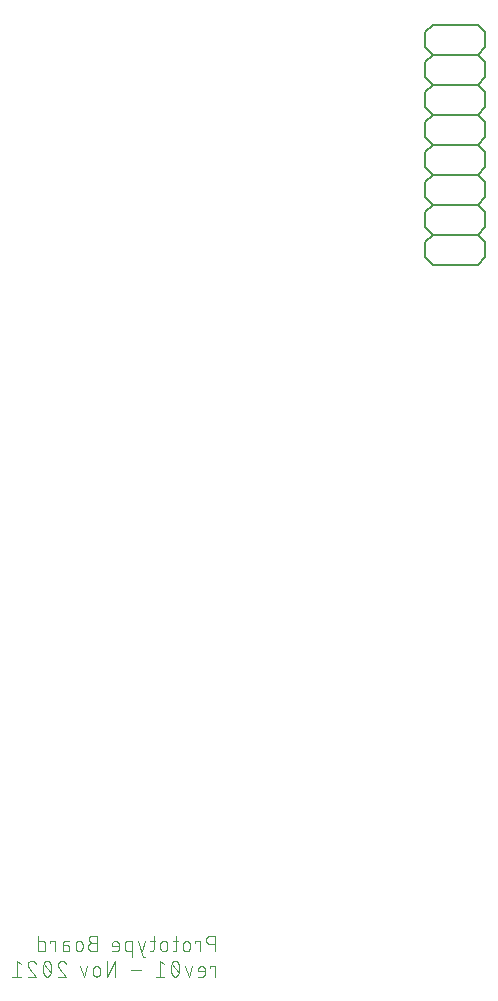
<source format=gbr>
G04 EAGLE Gerber RS-274X export*
G75*
%MOMM*%
%FSLAX34Y34*%
%LPD*%
%INSilkscreen Bottom*%
%IPPOS*%
%AMOC8*
5,1,8,0,0,1.08239X$1,22.5*%
G01*
%ADD10C,0.101600*%
%ADD11C,0.152400*%


D10*
X507492Y193294D02*
X507492Y206502D01*
X503823Y206502D01*
X503703Y206500D01*
X503583Y206494D01*
X503463Y206484D01*
X503344Y206471D01*
X503225Y206453D01*
X503107Y206432D01*
X502990Y206406D01*
X502873Y206377D01*
X502758Y206344D01*
X502644Y206307D01*
X502531Y206267D01*
X502419Y206223D01*
X502309Y206175D01*
X502200Y206124D01*
X502093Y206069D01*
X501989Y206010D01*
X501886Y205949D01*
X501785Y205884D01*
X501686Y205815D01*
X501589Y205744D01*
X501495Y205669D01*
X501404Y205592D01*
X501315Y205511D01*
X501229Y205427D01*
X501145Y205341D01*
X501064Y205252D01*
X500987Y205161D01*
X500912Y205067D01*
X500841Y204970D01*
X500772Y204871D01*
X500707Y204770D01*
X500646Y204668D01*
X500587Y204563D01*
X500532Y204456D01*
X500481Y204347D01*
X500433Y204237D01*
X500389Y204125D01*
X500349Y204012D01*
X500312Y203898D01*
X500279Y203783D01*
X500250Y203666D01*
X500224Y203549D01*
X500203Y203431D01*
X500185Y203312D01*
X500172Y203193D01*
X500162Y203073D01*
X500156Y202953D01*
X500154Y202833D01*
X500156Y202713D01*
X500162Y202593D01*
X500172Y202473D01*
X500185Y202354D01*
X500203Y202235D01*
X500224Y202117D01*
X500250Y202000D01*
X500279Y201883D01*
X500312Y201768D01*
X500349Y201654D01*
X500389Y201541D01*
X500433Y201429D01*
X500481Y201319D01*
X500532Y201210D01*
X500587Y201103D01*
X500646Y200998D01*
X500707Y200896D01*
X500772Y200795D01*
X500841Y200696D01*
X500912Y200599D01*
X500987Y200505D01*
X501064Y200414D01*
X501145Y200325D01*
X501229Y200239D01*
X501315Y200155D01*
X501404Y200074D01*
X501495Y199997D01*
X501589Y199922D01*
X501686Y199851D01*
X501785Y199782D01*
X501886Y199717D01*
X501989Y199656D01*
X502093Y199597D01*
X502200Y199542D01*
X502309Y199491D01*
X502419Y199443D01*
X502531Y199399D01*
X502644Y199359D01*
X502758Y199322D01*
X502873Y199289D01*
X502990Y199260D01*
X503107Y199234D01*
X503225Y199213D01*
X503344Y199195D01*
X503463Y199182D01*
X503583Y199172D01*
X503703Y199166D01*
X503823Y199164D01*
X507492Y199164D01*
X494919Y202099D02*
X494919Y193294D01*
X494919Y202099D02*
X490517Y202099D01*
X490517Y200632D01*
X486455Y199164D02*
X486455Y196229D01*
X486455Y199164D02*
X486453Y199271D01*
X486447Y199378D01*
X486437Y199485D01*
X486424Y199591D01*
X486406Y199697D01*
X486385Y199802D01*
X486360Y199906D01*
X486331Y200010D01*
X486298Y200112D01*
X486261Y200212D01*
X486221Y200312D01*
X486177Y200410D01*
X486130Y200506D01*
X486079Y200600D01*
X486025Y200693D01*
X485968Y200783D01*
X485907Y200872D01*
X485843Y200958D01*
X485776Y201041D01*
X485706Y201123D01*
X485633Y201201D01*
X485557Y201277D01*
X485479Y201350D01*
X485397Y201420D01*
X485314Y201487D01*
X485228Y201551D01*
X485139Y201612D01*
X485049Y201669D01*
X484956Y201723D01*
X484862Y201774D01*
X484766Y201821D01*
X484668Y201865D01*
X484568Y201905D01*
X484468Y201942D01*
X484366Y201975D01*
X484262Y202004D01*
X484158Y202029D01*
X484053Y202050D01*
X483947Y202068D01*
X483841Y202081D01*
X483734Y202091D01*
X483627Y202097D01*
X483520Y202099D01*
X483413Y202097D01*
X483306Y202091D01*
X483199Y202081D01*
X483093Y202068D01*
X482987Y202050D01*
X482882Y202029D01*
X482778Y202004D01*
X482674Y201975D01*
X482572Y201942D01*
X482472Y201905D01*
X482372Y201865D01*
X482274Y201821D01*
X482178Y201774D01*
X482084Y201723D01*
X481991Y201669D01*
X481901Y201612D01*
X481812Y201551D01*
X481726Y201487D01*
X481643Y201420D01*
X481561Y201350D01*
X481483Y201277D01*
X481407Y201201D01*
X481334Y201123D01*
X481264Y201041D01*
X481197Y200958D01*
X481133Y200872D01*
X481072Y200783D01*
X481015Y200693D01*
X480961Y200600D01*
X480910Y200506D01*
X480863Y200410D01*
X480819Y200312D01*
X480779Y200212D01*
X480742Y200112D01*
X480709Y200010D01*
X480680Y199906D01*
X480655Y199802D01*
X480634Y199697D01*
X480616Y199591D01*
X480603Y199485D01*
X480593Y199378D01*
X480587Y199271D01*
X480585Y199164D01*
X480585Y196229D01*
X480587Y196122D01*
X480593Y196015D01*
X480603Y195908D01*
X480616Y195802D01*
X480634Y195696D01*
X480655Y195591D01*
X480680Y195487D01*
X480709Y195383D01*
X480742Y195281D01*
X480779Y195181D01*
X480819Y195081D01*
X480863Y194983D01*
X480910Y194887D01*
X480961Y194793D01*
X481015Y194700D01*
X481072Y194610D01*
X481133Y194521D01*
X481197Y194435D01*
X481264Y194352D01*
X481334Y194270D01*
X481407Y194192D01*
X481483Y194116D01*
X481561Y194043D01*
X481643Y193973D01*
X481726Y193906D01*
X481812Y193842D01*
X481901Y193781D01*
X481991Y193724D01*
X482084Y193670D01*
X482178Y193619D01*
X482274Y193572D01*
X482372Y193528D01*
X482472Y193488D01*
X482572Y193451D01*
X482674Y193418D01*
X482778Y193389D01*
X482882Y193364D01*
X482987Y193343D01*
X483093Y193325D01*
X483199Y193312D01*
X483306Y193302D01*
X483413Y193296D01*
X483520Y193294D01*
X483627Y193296D01*
X483734Y193302D01*
X483841Y193312D01*
X483947Y193325D01*
X484053Y193343D01*
X484158Y193364D01*
X484262Y193389D01*
X484366Y193418D01*
X484468Y193451D01*
X484568Y193488D01*
X484668Y193528D01*
X484766Y193572D01*
X484862Y193619D01*
X484956Y193670D01*
X485049Y193724D01*
X485139Y193781D01*
X485228Y193842D01*
X485314Y193906D01*
X485397Y193973D01*
X485479Y194043D01*
X485557Y194116D01*
X485633Y194192D01*
X485706Y194270D01*
X485776Y194352D01*
X485843Y194435D01*
X485907Y194521D01*
X485968Y194610D01*
X486025Y194700D01*
X486079Y194793D01*
X486130Y194887D01*
X486177Y194983D01*
X486221Y195081D01*
X486261Y195181D01*
X486298Y195281D01*
X486331Y195383D01*
X486360Y195487D01*
X486385Y195591D01*
X486406Y195696D01*
X486424Y195802D01*
X486437Y195908D01*
X486447Y196015D01*
X486453Y196122D01*
X486455Y196229D01*
X476432Y202099D02*
X472029Y202099D01*
X474964Y206502D02*
X474964Y195495D01*
X474962Y195404D01*
X474956Y195313D01*
X474947Y195223D01*
X474934Y195133D01*
X474917Y195043D01*
X474897Y194955D01*
X474872Y194867D01*
X474845Y194780D01*
X474813Y194695D01*
X474779Y194611D01*
X474740Y194528D01*
X474699Y194447D01*
X474654Y194368D01*
X474606Y194291D01*
X474554Y194216D01*
X474500Y194143D01*
X474443Y194072D01*
X474382Y194004D01*
X474319Y193939D01*
X474254Y193876D01*
X474186Y193815D01*
X474115Y193758D01*
X474042Y193704D01*
X473967Y193652D01*
X473890Y193604D01*
X473811Y193559D01*
X473730Y193518D01*
X473647Y193479D01*
X473563Y193445D01*
X473478Y193413D01*
X473391Y193386D01*
X473303Y193361D01*
X473215Y193341D01*
X473125Y193324D01*
X473035Y193311D01*
X472945Y193302D01*
X472854Y193296D01*
X472763Y193294D01*
X472029Y193294D01*
X467253Y196229D02*
X467253Y199164D01*
X467251Y199271D01*
X467245Y199378D01*
X467235Y199485D01*
X467222Y199591D01*
X467204Y199697D01*
X467183Y199802D01*
X467158Y199906D01*
X467129Y200010D01*
X467096Y200112D01*
X467059Y200212D01*
X467019Y200312D01*
X466975Y200410D01*
X466928Y200506D01*
X466877Y200600D01*
X466823Y200693D01*
X466766Y200783D01*
X466705Y200872D01*
X466641Y200958D01*
X466574Y201041D01*
X466504Y201123D01*
X466431Y201201D01*
X466355Y201277D01*
X466277Y201350D01*
X466195Y201420D01*
X466112Y201487D01*
X466026Y201551D01*
X465937Y201612D01*
X465847Y201669D01*
X465754Y201723D01*
X465660Y201774D01*
X465564Y201821D01*
X465466Y201865D01*
X465366Y201905D01*
X465266Y201942D01*
X465164Y201975D01*
X465060Y202004D01*
X464956Y202029D01*
X464851Y202050D01*
X464745Y202068D01*
X464639Y202081D01*
X464532Y202091D01*
X464425Y202097D01*
X464318Y202099D01*
X464211Y202097D01*
X464104Y202091D01*
X463997Y202081D01*
X463891Y202068D01*
X463785Y202050D01*
X463680Y202029D01*
X463576Y202004D01*
X463472Y201975D01*
X463370Y201942D01*
X463270Y201905D01*
X463170Y201865D01*
X463072Y201821D01*
X462976Y201774D01*
X462882Y201723D01*
X462789Y201669D01*
X462699Y201612D01*
X462610Y201551D01*
X462524Y201487D01*
X462441Y201420D01*
X462359Y201350D01*
X462281Y201277D01*
X462205Y201201D01*
X462132Y201123D01*
X462062Y201041D01*
X461995Y200958D01*
X461931Y200872D01*
X461870Y200783D01*
X461813Y200693D01*
X461759Y200600D01*
X461708Y200506D01*
X461661Y200410D01*
X461617Y200312D01*
X461577Y200212D01*
X461540Y200112D01*
X461507Y200010D01*
X461478Y199906D01*
X461453Y199802D01*
X461432Y199697D01*
X461414Y199591D01*
X461401Y199485D01*
X461391Y199378D01*
X461385Y199271D01*
X461383Y199164D01*
X461383Y196229D01*
X461385Y196122D01*
X461391Y196015D01*
X461401Y195908D01*
X461414Y195802D01*
X461432Y195696D01*
X461453Y195591D01*
X461478Y195487D01*
X461507Y195383D01*
X461540Y195281D01*
X461577Y195181D01*
X461617Y195081D01*
X461661Y194983D01*
X461708Y194887D01*
X461759Y194793D01*
X461813Y194700D01*
X461870Y194610D01*
X461931Y194521D01*
X461995Y194435D01*
X462062Y194352D01*
X462132Y194270D01*
X462205Y194192D01*
X462281Y194116D01*
X462359Y194043D01*
X462441Y193973D01*
X462524Y193906D01*
X462610Y193842D01*
X462699Y193781D01*
X462789Y193724D01*
X462882Y193670D01*
X462976Y193619D01*
X463072Y193572D01*
X463170Y193528D01*
X463270Y193488D01*
X463370Y193451D01*
X463472Y193418D01*
X463576Y193389D01*
X463680Y193364D01*
X463785Y193343D01*
X463891Y193325D01*
X463997Y193312D01*
X464104Y193302D01*
X464211Y193296D01*
X464318Y193294D01*
X464425Y193296D01*
X464532Y193302D01*
X464639Y193312D01*
X464745Y193325D01*
X464851Y193343D01*
X464956Y193364D01*
X465060Y193389D01*
X465164Y193418D01*
X465266Y193451D01*
X465366Y193488D01*
X465466Y193528D01*
X465564Y193572D01*
X465660Y193619D01*
X465754Y193670D01*
X465847Y193724D01*
X465937Y193781D01*
X466026Y193842D01*
X466112Y193906D01*
X466195Y193973D01*
X466277Y194043D01*
X466355Y194116D01*
X466431Y194192D01*
X466504Y194270D01*
X466574Y194352D01*
X466641Y194435D01*
X466705Y194521D01*
X466766Y194610D01*
X466823Y194700D01*
X466877Y194793D01*
X466928Y194887D01*
X466975Y194983D01*
X467019Y195081D01*
X467059Y195181D01*
X467096Y195281D01*
X467129Y195383D01*
X467158Y195487D01*
X467183Y195591D01*
X467204Y195696D01*
X467222Y195802D01*
X467235Y195908D01*
X467245Y196015D01*
X467251Y196122D01*
X467253Y196229D01*
X457229Y202099D02*
X452827Y202099D01*
X455762Y206502D02*
X455762Y195495D01*
X455761Y195495D02*
X455759Y195404D01*
X455753Y195313D01*
X455744Y195223D01*
X455731Y195133D01*
X455714Y195043D01*
X455694Y194955D01*
X455669Y194867D01*
X455642Y194780D01*
X455610Y194695D01*
X455576Y194611D01*
X455537Y194528D01*
X455496Y194447D01*
X455451Y194368D01*
X455403Y194291D01*
X455351Y194216D01*
X455297Y194143D01*
X455240Y194072D01*
X455179Y194004D01*
X455116Y193939D01*
X455051Y193876D01*
X454983Y193815D01*
X454912Y193758D01*
X454839Y193704D01*
X454764Y193652D01*
X454687Y193604D01*
X454608Y193559D01*
X454527Y193518D01*
X454444Y193479D01*
X454360Y193445D01*
X454275Y193413D01*
X454188Y193386D01*
X454100Y193361D01*
X454012Y193341D01*
X453922Y193324D01*
X453832Y193311D01*
X453742Y193302D01*
X453651Y193296D01*
X453560Y193294D01*
X452827Y193294D01*
X448477Y188891D02*
X447010Y188891D01*
X442607Y202099D01*
X448477Y202099D02*
X445542Y193294D01*
X437320Y188891D02*
X437320Y202099D01*
X433651Y202099D01*
X433558Y202097D01*
X433464Y202091D01*
X433371Y202081D01*
X433279Y202067D01*
X433187Y202050D01*
X433096Y202028D01*
X433007Y202003D01*
X432918Y201973D01*
X432830Y201940D01*
X432744Y201904D01*
X432660Y201863D01*
X432578Y201820D01*
X432497Y201772D01*
X432419Y201722D01*
X432342Y201668D01*
X432268Y201610D01*
X432197Y201550D01*
X432128Y201487D01*
X432062Y201421D01*
X431999Y201352D01*
X431939Y201281D01*
X431881Y201207D01*
X431827Y201131D01*
X431777Y201052D01*
X431730Y200971D01*
X431686Y200889D01*
X431645Y200805D01*
X431609Y200719D01*
X431576Y200631D01*
X431546Y200543D01*
X431521Y200453D01*
X431499Y200362D01*
X431482Y200270D01*
X431468Y200178D01*
X431458Y200085D01*
X431452Y199991D01*
X431450Y199898D01*
X431450Y195495D01*
X431452Y195404D01*
X431458Y195313D01*
X431467Y195223D01*
X431480Y195133D01*
X431497Y195043D01*
X431517Y194955D01*
X431542Y194867D01*
X431569Y194780D01*
X431601Y194695D01*
X431635Y194611D01*
X431674Y194528D01*
X431715Y194447D01*
X431760Y194368D01*
X431808Y194291D01*
X431860Y194216D01*
X431914Y194143D01*
X431971Y194072D01*
X432032Y194004D01*
X432095Y193939D01*
X432160Y193876D01*
X432229Y193815D01*
X432299Y193758D01*
X432372Y193704D01*
X432447Y193652D01*
X432524Y193604D01*
X432603Y193559D01*
X432684Y193518D01*
X432767Y193479D01*
X432851Y193445D01*
X432936Y193413D01*
X433023Y193385D01*
X433111Y193361D01*
X433199Y193341D01*
X433289Y193324D01*
X433379Y193311D01*
X433469Y193302D01*
X433560Y193296D01*
X433651Y193294D01*
X437320Y193294D01*
X424087Y193294D02*
X420418Y193294D01*
X424087Y193294D02*
X424178Y193296D01*
X424269Y193302D01*
X424359Y193311D01*
X424449Y193324D01*
X424539Y193341D01*
X424627Y193361D01*
X424715Y193386D01*
X424802Y193413D01*
X424887Y193445D01*
X424971Y193479D01*
X425054Y193518D01*
X425135Y193559D01*
X425214Y193604D01*
X425291Y193652D01*
X425366Y193704D01*
X425439Y193758D01*
X425510Y193815D01*
X425578Y193876D01*
X425643Y193939D01*
X425706Y194004D01*
X425767Y194072D01*
X425824Y194143D01*
X425878Y194216D01*
X425930Y194291D01*
X425978Y194368D01*
X426023Y194447D01*
X426064Y194528D01*
X426103Y194611D01*
X426137Y194695D01*
X426169Y194780D01*
X426196Y194867D01*
X426221Y194955D01*
X426241Y195043D01*
X426258Y195133D01*
X426271Y195223D01*
X426280Y195313D01*
X426286Y195404D01*
X426288Y195495D01*
X426288Y199164D01*
X426286Y199271D01*
X426280Y199378D01*
X426270Y199485D01*
X426257Y199591D01*
X426239Y199697D01*
X426218Y199802D01*
X426193Y199906D01*
X426164Y200010D01*
X426131Y200112D01*
X426094Y200212D01*
X426054Y200312D01*
X426010Y200410D01*
X425963Y200506D01*
X425912Y200600D01*
X425858Y200693D01*
X425801Y200783D01*
X425740Y200872D01*
X425676Y200958D01*
X425609Y201041D01*
X425539Y201123D01*
X425466Y201201D01*
X425390Y201277D01*
X425312Y201350D01*
X425230Y201420D01*
X425147Y201487D01*
X425061Y201551D01*
X424972Y201612D01*
X424882Y201669D01*
X424789Y201723D01*
X424695Y201774D01*
X424599Y201821D01*
X424501Y201865D01*
X424401Y201905D01*
X424301Y201942D01*
X424199Y201975D01*
X424095Y202004D01*
X423991Y202029D01*
X423886Y202050D01*
X423780Y202068D01*
X423674Y202081D01*
X423567Y202091D01*
X423460Y202097D01*
X423353Y202099D01*
X423246Y202097D01*
X423139Y202091D01*
X423032Y202081D01*
X422926Y202068D01*
X422820Y202050D01*
X422715Y202029D01*
X422611Y202004D01*
X422507Y201975D01*
X422405Y201942D01*
X422305Y201905D01*
X422205Y201865D01*
X422107Y201821D01*
X422011Y201774D01*
X421917Y201723D01*
X421824Y201669D01*
X421734Y201612D01*
X421645Y201551D01*
X421559Y201487D01*
X421476Y201420D01*
X421394Y201350D01*
X421316Y201277D01*
X421240Y201201D01*
X421167Y201123D01*
X421097Y201041D01*
X421030Y200958D01*
X420966Y200872D01*
X420905Y200783D01*
X420848Y200693D01*
X420794Y200600D01*
X420743Y200506D01*
X420696Y200410D01*
X420652Y200312D01*
X420612Y200212D01*
X420575Y200112D01*
X420542Y200010D01*
X420513Y199906D01*
X420488Y199802D01*
X420467Y199697D01*
X420449Y199591D01*
X420436Y199485D01*
X420426Y199378D01*
X420420Y199271D01*
X420418Y199164D01*
X420418Y197697D01*
X426288Y197697D01*
X407640Y200632D02*
X403971Y200632D01*
X403851Y200630D01*
X403731Y200624D01*
X403611Y200614D01*
X403492Y200601D01*
X403373Y200583D01*
X403255Y200562D01*
X403138Y200536D01*
X403021Y200507D01*
X402906Y200474D01*
X402792Y200437D01*
X402679Y200397D01*
X402567Y200353D01*
X402457Y200305D01*
X402348Y200254D01*
X402241Y200199D01*
X402137Y200140D01*
X402034Y200079D01*
X401933Y200014D01*
X401834Y199945D01*
X401737Y199874D01*
X401643Y199799D01*
X401552Y199722D01*
X401463Y199641D01*
X401377Y199557D01*
X401293Y199471D01*
X401212Y199382D01*
X401135Y199291D01*
X401060Y199197D01*
X400989Y199100D01*
X400920Y199001D01*
X400855Y198900D01*
X400794Y198798D01*
X400735Y198693D01*
X400680Y198586D01*
X400629Y198477D01*
X400581Y198367D01*
X400537Y198255D01*
X400497Y198142D01*
X400460Y198028D01*
X400427Y197913D01*
X400398Y197796D01*
X400372Y197679D01*
X400351Y197561D01*
X400333Y197442D01*
X400320Y197323D01*
X400310Y197203D01*
X400304Y197083D01*
X400302Y196963D01*
X400304Y196843D01*
X400310Y196723D01*
X400320Y196603D01*
X400333Y196484D01*
X400351Y196365D01*
X400372Y196247D01*
X400398Y196130D01*
X400427Y196013D01*
X400460Y195898D01*
X400497Y195784D01*
X400537Y195671D01*
X400581Y195559D01*
X400629Y195449D01*
X400680Y195340D01*
X400735Y195233D01*
X400794Y195128D01*
X400855Y195026D01*
X400920Y194925D01*
X400989Y194826D01*
X401060Y194729D01*
X401135Y194635D01*
X401212Y194544D01*
X401293Y194455D01*
X401377Y194369D01*
X401463Y194285D01*
X401552Y194204D01*
X401643Y194127D01*
X401737Y194052D01*
X401834Y193981D01*
X401933Y193912D01*
X402034Y193847D01*
X402137Y193786D01*
X402241Y193727D01*
X402348Y193672D01*
X402457Y193621D01*
X402567Y193573D01*
X402679Y193529D01*
X402792Y193489D01*
X402906Y193452D01*
X403021Y193419D01*
X403138Y193390D01*
X403255Y193364D01*
X403373Y193343D01*
X403492Y193325D01*
X403611Y193312D01*
X403731Y193302D01*
X403851Y193296D01*
X403971Y193294D01*
X407640Y193294D01*
X407640Y206502D01*
X403971Y206502D01*
X403864Y206500D01*
X403757Y206494D01*
X403650Y206484D01*
X403544Y206471D01*
X403438Y206453D01*
X403333Y206432D01*
X403229Y206407D01*
X403125Y206378D01*
X403023Y206345D01*
X402923Y206308D01*
X402823Y206268D01*
X402725Y206224D01*
X402629Y206177D01*
X402535Y206126D01*
X402442Y206072D01*
X402352Y206015D01*
X402263Y205954D01*
X402177Y205890D01*
X402094Y205823D01*
X402012Y205753D01*
X401934Y205680D01*
X401858Y205604D01*
X401785Y205526D01*
X401715Y205444D01*
X401648Y205361D01*
X401584Y205275D01*
X401523Y205186D01*
X401466Y205096D01*
X401412Y205003D01*
X401361Y204909D01*
X401314Y204813D01*
X401270Y204715D01*
X401230Y204615D01*
X401193Y204515D01*
X401160Y204413D01*
X401131Y204309D01*
X401106Y204205D01*
X401085Y204100D01*
X401067Y203994D01*
X401054Y203888D01*
X401044Y203781D01*
X401038Y203674D01*
X401036Y203567D01*
X401038Y203460D01*
X401044Y203353D01*
X401054Y203246D01*
X401067Y203140D01*
X401085Y203034D01*
X401106Y202929D01*
X401131Y202825D01*
X401160Y202721D01*
X401193Y202619D01*
X401230Y202519D01*
X401270Y202419D01*
X401314Y202321D01*
X401361Y202225D01*
X401412Y202131D01*
X401466Y202038D01*
X401523Y201948D01*
X401584Y201859D01*
X401648Y201773D01*
X401715Y201690D01*
X401785Y201608D01*
X401858Y201530D01*
X401934Y201454D01*
X402012Y201381D01*
X402094Y201311D01*
X402177Y201244D01*
X402263Y201180D01*
X402352Y201119D01*
X402442Y201062D01*
X402535Y201008D01*
X402629Y200957D01*
X402725Y200910D01*
X402823Y200866D01*
X402923Y200826D01*
X403023Y200789D01*
X403125Y200756D01*
X403229Y200727D01*
X403333Y200702D01*
X403438Y200681D01*
X403544Y200663D01*
X403650Y200650D01*
X403757Y200640D01*
X403864Y200634D01*
X403971Y200632D01*
X395564Y199164D02*
X395564Y196229D01*
X395564Y199164D02*
X395562Y199271D01*
X395556Y199378D01*
X395546Y199485D01*
X395533Y199591D01*
X395515Y199697D01*
X395494Y199802D01*
X395469Y199906D01*
X395440Y200010D01*
X395407Y200112D01*
X395370Y200212D01*
X395330Y200312D01*
X395286Y200410D01*
X395239Y200506D01*
X395188Y200600D01*
X395134Y200693D01*
X395077Y200783D01*
X395016Y200872D01*
X394952Y200958D01*
X394885Y201041D01*
X394815Y201123D01*
X394742Y201201D01*
X394666Y201277D01*
X394588Y201350D01*
X394506Y201420D01*
X394423Y201487D01*
X394337Y201551D01*
X394248Y201612D01*
X394158Y201669D01*
X394065Y201723D01*
X393971Y201774D01*
X393875Y201821D01*
X393777Y201865D01*
X393677Y201905D01*
X393577Y201942D01*
X393475Y201975D01*
X393371Y202004D01*
X393267Y202029D01*
X393162Y202050D01*
X393056Y202068D01*
X392950Y202081D01*
X392843Y202091D01*
X392736Y202097D01*
X392629Y202099D01*
X392522Y202097D01*
X392415Y202091D01*
X392308Y202081D01*
X392202Y202068D01*
X392096Y202050D01*
X391991Y202029D01*
X391887Y202004D01*
X391783Y201975D01*
X391681Y201942D01*
X391581Y201905D01*
X391481Y201865D01*
X391383Y201821D01*
X391287Y201774D01*
X391193Y201723D01*
X391100Y201669D01*
X391010Y201612D01*
X390921Y201551D01*
X390835Y201487D01*
X390752Y201420D01*
X390670Y201350D01*
X390592Y201277D01*
X390516Y201201D01*
X390443Y201123D01*
X390373Y201041D01*
X390306Y200958D01*
X390242Y200872D01*
X390181Y200783D01*
X390124Y200693D01*
X390070Y200600D01*
X390019Y200506D01*
X389972Y200410D01*
X389928Y200312D01*
X389888Y200212D01*
X389851Y200112D01*
X389818Y200010D01*
X389789Y199906D01*
X389764Y199802D01*
X389743Y199697D01*
X389725Y199591D01*
X389712Y199485D01*
X389702Y199378D01*
X389696Y199271D01*
X389694Y199164D01*
X389694Y196229D01*
X389696Y196122D01*
X389702Y196015D01*
X389712Y195908D01*
X389725Y195802D01*
X389743Y195696D01*
X389764Y195591D01*
X389789Y195487D01*
X389818Y195383D01*
X389851Y195281D01*
X389888Y195181D01*
X389928Y195081D01*
X389972Y194983D01*
X390019Y194887D01*
X390070Y194793D01*
X390124Y194700D01*
X390181Y194610D01*
X390242Y194521D01*
X390306Y194435D01*
X390373Y194352D01*
X390443Y194270D01*
X390516Y194192D01*
X390592Y194116D01*
X390670Y194043D01*
X390752Y193973D01*
X390835Y193906D01*
X390921Y193842D01*
X391010Y193781D01*
X391100Y193724D01*
X391193Y193670D01*
X391287Y193619D01*
X391383Y193572D01*
X391481Y193528D01*
X391581Y193488D01*
X391681Y193451D01*
X391783Y193418D01*
X391887Y193389D01*
X391991Y193364D01*
X392096Y193343D01*
X392202Y193325D01*
X392308Y193312D01*
X392415Y193302D01*
X392522Y193296D01*
X392629Y193294D01*
X392736Y193296D01*
X392843Y193302D01*
X392950Y193312D01*
X393056Y193325D01*
X393162Y193343D01*
X393267Y193364D01*
X393371Y193389D01*
X393475Y193418D01*
X393577Y193451D01*
X393677Y193488D01*
X393777Y193528D01*
X393875Y193572D01*
X393971Y193619D01*
X394065Y193670D01*
X394158Y193724D01*
X394248Y193781D01*
X394337Y193842D01*
X394423Y193906D01*
X394506Y193973D01*
X394588Y194043D01*
X394666Y194116D01*
X394742Y194192D01*
X394815Y194270D01*
X394885Y194352D01*
X394952Y194435D01*
X395016Y194521D01*
X395077Y194610D01*
X395134Y194700D01*
X395188Y194793D01*
X395239Y194887D01*
X395286Y194983D01*
X395330Y195081D01*
X395370Y195181D01*
X395407Y195281D01*
X395440Y195383D01*
X395469Y195487D01*
X395494Y195591D01*
X395515Y195696D01*
X395533Y195802D01*
X395546Y195908D01*
X395556Y196015D01*
X395562Y196122D01*
X395564Y196229D01*
X381964Y198430D02*
X378662Y198430D01*
X381964Y198430D02*
X382064Y198428D01*
X382163Y198422D01*
X382262Y198413D01*
X382361Y198399D01*
X382459Y198382D01*
X382556Y198361D01*
X382653Y198336D01*
X382748Y198307D01*
X382842Y198275D01*
X382935Y198239D01*
X383027Y198200D01*
X383117Y198157D01*
X383205Y198110D01*
X383291Y198061D01*
X383375Y198008D01*
X383457Y197951D01*
X383537Y197892D01*
X383615Y197829D01*
X383690Y197764D01*
X383762Y197695D01*
X383832Y197624D01*
X383899Y197551D01*
X383963Y197474D01*
X384024Y197396D01*
X384082Y197314D01*
X384136Y197231D01*
X384188Y197146D01*
X384236Y197059D01*
X384281Y196970D01*
X384322Y196879D01*
X384360Y196787D01*
X384394Y196693D01*
X384424Y196599D01*
X384451Y196503D01*
X384474Y196406D01*
X384493Y196308D01*
X384508Y196210D01*
X384520Y196111D01*
X384528Y196011D01*
X384532Y195912D01*
X384532Y195812D01*
X384528Y195713D01*
X384520Y195613D01*
X384508Y195514D01*
X384493Y195416D01*
X384474Y195318D01*
X384451Y195221D01*
X384424Y195125D01*
X384394Y195031D01*
X384360Y194937D01*
X384322Y194845D01*
X384281Y194754D01*
X384236Y194665D01*
X384188Y194578D01*
X384136Y194493D01*
X384082Y194410D01*
X384024Y194328D01*
X383963Y194250D01*
X383899Y194173D01*
X383832Y194100D01*
X383762Y194029D01*
X383690Y193960D01*
X383615Y193895D01*
X383537Y193832D01*
X383457Y193773D01*
X383375Y193716D01*
X383291Y193663D01*
X383205Y193614D01*
X383117Y193567D01*
X383027Y193524D01*
X382935Y193485D01*
X382842Y193449D01*
X382748Y193417D01*
X382653Y193388D01*
X382556Y193363D01*
X382459Y193342D01*
X382361Y193325D01*
X382262Y193311D01*
X382163Y193302D01*
X382064Y193296D01*
X381964Y193294D01*
X378662Y193294D01*
X378662Y199898D01*
X378664Y199989D01*
X378670Y200080D01*
X378679Y200170D01*
X378692Y200260D01*
X378709Y200350D01*
X378729Y200438D01*
X378754Y200526D01*
X378781Y200613D01*
X378813Y200698D01*
X378847Y200782D01*
X378886Y200865D01*
X378927Y200946D01*
X378972Y201025D01*
X379020Y201102D01*
X379072Y201177D01*
X379126Y201250D01*
X379183Y201321D01*
X379244Y201389D01*
X379307Y201454D01*
X379372Y201517D01*
X379441Y201578D01*
X379511Y201635D01*
X379584Y201689D01*
X379659Y201741D01*
X379736Y201789D01*
X379815Y201834D01*
X379896Y201875D01*
X379979Y201914D01*
X380063Y201948D01*
X380148Y201980D01*
X380235Y202008D01*
X380323Y202032D01*
X380411Y202052D01*
X380501Y202069D01*
X380591Y202082D01*
X380681Y202091D01*
X380772Y202097D01*
X380863Y202099D01*
X383798Y202099D01*
X372451Y202099D02*
X372451Y193294D01*
X372451Y202099D02*
X368048Y202099D01*
X368048Y200632D01*
X358179Y206502D02*
X358179Y193294D01*
X361848Y193294D01*
X361939Y193296D01*
X362030Y193302D01*
X362120Y193311D01*
X362210Y193324D01*
X362300Y193341D01*
X362388Y193361D01*
X362476Y193386D01*
X362563Y193413D01*
X362648Y193445D01*
X362732Y193479D01*
X362815Y193518D01*
X362896Y193559D01*
X362975Y193604D01*
X363052Y193652D01*
X363127Y193704D01*
X363200Y193758D01*
X363271Y193815D01*
X363339Y193876D01*
X363404Y193939D01*
X363467Y194004D01*
X363528Y194072D01*
X363585Y194143D01*
X363639Y194216D01*
X363691Y194291D01*
X363739Y194368D01*
X363784Y194447D01*
X363825Y194528D01*
X363864Y194611D01*
X363898Y194695D01*
X363930Y194780D01*
X363957Y194867D01*
X363982Y194955D01*
X364002Y195043D01*
X364019Y195133D01*
X364032Y195223D01*
X364041Y195313D01*
X364047Y195404D01*
X364049Y195495D01*
X364049Y199898D01*
X364047Y199989D01*
X364041Y200080D01*
X364032Y200170D01*
X364019Y200260D01*
X364002Y200350D01*
X363982Y200438D01*
X363957Y200526D01*
X363930Y200613D01*
X363898Y200698D01*
X363864Y200782D01*
X363825Y200865D01*
X363784Y200946D01*
X363739Y201025D01*
X363691Y201102D01*
X363639Y201177D01*
X363585Y201250D01*
X363528Y201321D01*
X363467Y201389D01*
X363404Y201454D01*
X363339Y201517D01*
X363271Y201578D01*
X363200Y201635D01*
X363127Y201689D01*
X363052Y201741D01*
X362975Y201789D01*
X362896Y201834D01*
X362815Y201875D01*
X362732Y201914D01*
X362648Y201948D01*
X362563Y201980D01*
X362476Y202007D01*
X362388Y202032D01*
X362300Y202052D01*
X362210Y202069D01*
X362120Y202082D01*
X362030Y202091D01*
X361939Y202097D01*
X361848Y202099D01*
X358179Y202099D01*
X507492Y180763D02*
X507492Y171958D01*
X507492Y180763D02*
X503089Y180763D01*
X503089Y179296D01*
X496827Y171958D02*
X493158Y171958D01*
X496827Y171958D02*
X496918Y171960D01*
X497009Y171966D01*
X497099Y171975D01*
X497189Y171988D01*
X497279Y172005D01*
X497367Y172025D01*
X497455Y172050D01*
X497542Y172077D01*
X497627Y172109D01*
X497711Y172143D01*
X497794Y172182D01*
X497875Y172223D01*
X497954Y172268D01*
X498031Y172316D01*
X498106Y172368D01*
X498179Y172422D01*
X498250Y172479D01*
X498318Y172540D01*
X498383Y172603D01*
X498446Y172668D01*
X498507Y172736D01*
X498564Y172807D01*
X498618Y172880D01*
X498670Y172955D01*
X498718Y173032D01*
X498763Y173111D01*
X498804Y173192D01*
X498843Y173275D01*
X498877Y173359D01*
X498909Y173444D01*
X498936Y173531D01*
X498961Y173619D01*
X498981Y173707D01*
X498998Y173797D01*
X499011Y173887D01*
X499020Y173977D01*
X499026Y174068D01*
X499028Y174159D01*
X499028Y177828D01*
X499026Y177935D01*
X499020Y178042D01*
X499010Y178149D01*
X498997Y178255D01*
X498979Y178361D01*
X498958Y178466D01*
X498933Y178570D01*
X498904Y178674D01*
X498871Y178776D01*
X498834Y178876D01*
X498794Y178976D01*
X498750Y179074D01*
X498703Y179170D01*
X498652Y179264D01*
X498598Y179357D01*
X498541Y179447D01*
X498480Y179536D01*
X498416Y179622D01*
X498349Y179705D01*
X498279Y179787D01*
X498206Y179865D01*
X498130Y179941D01*
X498052Y180014D01*
X497970Y180084D01*
X497887Y180151D01*
X497801Y180215D01*
X497712Y180276D01*
X497622Y180333D01*
X497529Y180387D01*
X497435Y180438D01*
X497339Y180485D01*
X497241Y180529D01*
X497141Y180569D01*
X497041Y180606D01*
X496939Y180639D01*
X496835Y180668D01*
X496731Y180693D01*
X496626Y180714D01*
X496520Y180732D01*
X496414Y180745D01*
X496307Y180755D01*
X496200Y180761D01*
X496093Y180763D01*
X495986Y180761D01*
X495879Y180755D01*
X495772Y180745D01*
X495666Y180732D01*
X495560Y180714D01*
X495455Y180693D01*
X495351Y180668D01*
X495247Y180639D01*
X495145Y180606D01*
X495045Y180569D01*
X494945Y180529D01*
X494847Y180485D01*
X494751Y180438D01*
X494657Y180387D01*
X494564Y180333D01*
X494474Y180276D01*
X494385Y180215D01*
X494299Y180151D01*
X494216Y180084D01*
X494134Y180014D01*
X494056Y179941D01*
X493980Y179865D01*
X493907Y179787D01*
X493837Y179705D01*
X493770Y179622D01*
X493706Y179536D01*
X493645Y179447D01*
X493588Y179357D01*
X493534Y179264D01*
X493483Y179170D01*
X493436Y179074D01*
X493392Y178976D01*
X493352Y178876D01*
X493315Y178776D01*
X493282Y178674D01*
X493253Y178570D01*
X493228Y178466D01*
X493207Y178361D01*
X493189Y178255D01*
X493176Y178149D01*
X493166Y178042D01*
X493160Y177935D01*
X493158Y177828D01*
X493158Y176361D01*
X499028Y176361D01*
X488360Y180763D02*
X485425Y171958D01*
X482490Y180763D01*
X477572Y178562D02*
X477569Y178822D01*
X477560Y179081D01*
X477544Y179341D01*
X477522Y179600D01*
X477495Y179858D01*
X477461Y180116D01*
X477420Y180372D01*
X477374Y180628D01*
X477322Y180883D01*
X477263Y181136D01*
X477199Y181387D01*
X477128Y181638D01*
X477052Y181886D01*
X476970Y182132D01*
X476882Y182377D01*
X476788Y182619D01*
X476688Y182859D01*
X476582Y183096D01*
X476471Y183331D01*
X476471Y183332D02*
X476436Y183427D01*
X476398Y183522D01*
X476356Y183615D01*
X476310Y183706D01*
X476261Y183796D01*
X476209Y183884D01*
X476154Y183969D01*
X476095Y184053D01*
X476033Y184134D01*
X475969Y184213D01*
X475901Y184289D01*
X475830Y184363D01*
X475757Y184434D01*
X475681Y184502D01*
X475603Y184568D01*
X475522Y184630D01*
X475439Y184690D01*
X475354Y184746D01*
X475267Y184799D01*
X475178Y184848D01*
X475087Y184894D01*
X474994Y184937D01*
X474900Y184976D01*
X474804Y185012D01*
X474707Y185044D01*
X474609Y185073D01*
X474510Y185097D01*
X474410Y185118D01*
X474310Y185135D01*
X474209Y185149D01*
X474107Y185158D01*
X474005Y185164D01*
X473903Y185166D01*
X473801Y185164D01*
X473699Y185158D01*
X473597Y185149D01*
X473496Y185135D01*
X473396Y185118D01*
X473296Y185097D01*
X473197Y185073D01*
X473099Y185044D01*
X473002Y185012D01*
X472906Y184976D01*
X472812Y184937D01*
X472719Y184894D01*
X472628Y184848D01*
X472539Y184799D01*
X472452Y184746D01*
X472367Y184690D01*
X472284Y184630D01*
X472203Y184568D01*
X472125Y184502D01*
X472049Y184434D01*
X471976Y184363D01*
X471905Y184289D01*
X471837Y184213D01*
X471773Y184134D01*
X471711Y184053D01*
X471652Y183969D01*
X471597Y183884D01*
X471545Y183796D01*
X471496Y183706D01*
X471450Y183615D01*
X471408Y183522D01*
X471370Y183427D01*
X471335Y183332D01*
X471336Y183331D02*
X471225Y183097D01*
X471119Y182859D01*
X471019Y182619D01*
X470925Y182377D01*
X470837Y182132D01*
X470755Y181886D01*
X470679Y181638D01*
X470608Y181388D01*
X470544Y181136D01*
X470485Y180883D01*
X470433Y180628D01*
X470387Y180372D01*
X470346Y180116D01*
X470312Y179858D01*
X470285Y179600D01*
X470263Y179341D01*
X470247Y179081D01*
X470238Y178822D01*
X470235Y178562D01*
X477573Y178562D02*
X477570Y178302D01*
X477561Y178042D01*
X477545Y177783D01*
X477523Y177524D01*
X477496Y177266D01*
X477462Y177008D01*
X477421Y176751D01*
X477375Y176496D01*
X477323Y176241D01*
X477264Y175988D01*
X477200Y175736D01*
X477129Y175486D01*
X477053Y175238D01*
X476971Y174991D01*
X476883Y174747D01*
X476789Y174505D01*
X476689Y174265D01*
X476583Y174027D01*
X476472Y173792D01*
X476471Y173792D02*
X476436Y173697D01*
X476398Y173602D01*
X476356Y173509D01*
X476310Y173418D01*
X476261Y173328D01*
X476209Y173240D01*
X476154Y173155D01*
X476095Y173071D01*
X476033Y172990D01*
X475969Y172911D01*
X475901Y172835D01*
X475830Y172761D01*
X475757Y172690D01*
X475681Y172622D01*
X475603Y172556D01*
X475522Y172494D01*
X475439Y172434D01*
X475354Y172378D01*
X475267Y172325D01*
X475178Y172276D01*
X475087Y172230D01*
X474994Y172187D01*
X474900Y172148D01*
X474804Y172112D01*
X474707Y172080D01*
X474609Y172051D01*
X474510Y172027D01*
X474410Y172006D01*
X474310Y171989D01*
X474209Y171975D01*
X474107Y171966D01*
X474005Y171960D01*
X473903Y171958D01*
X471336Y173793D02*
X471225Y174028D01*
X471119Y174265D01*
X471019Y174505D01*
X470925Y174747D01*
X470837Y174992D01*
X470755Y175238D01*
X470679Y175486D01*
X470608Y175737D01*
X470544Y175988D01*
X470485Y176241D01*
X470433Y176496D01*
X470387Y176752D01*
X470346Y177008D01*
X470312Y177266D01*
X470285Y177524D01*
X470263Y177783D01*
X470247Y178043D01*
X470238Y178302D01*
X470235Y178562D01*
X471335Y173792D02*
X471370Y173697D01*
X471408Y173602D01*
X471450Y173509D01*
X471496Y173418D01*
X471545Y173328D01*
X471597Y173240D01*
X471652Y173155D01*
X471711Y173071D01*
X471773Y172990D01*
X471837Y172911D01*
X471905Y172835D01*
X471976Y172761D01*
X472049Y172690D01*
X472125Y172622D01*
X472203Y172556D01*
X472284Y172494D01*
X472367Y172434D01*
X472452Y172378D01*
X472539Y172325D01*
X472628Y172276D01*
X472719Y172230D01*
X472812Y172187D01*
X472906Y172148D01*
X473002Y172112D01*
X473099Y172080D01*
X473197Y172051D01*
X473296Y172027D01*
X473396Y172006D01*
X473496Y171989D01*
X473597Y171975D01*
X473699Y171966D01*
X473801Y171960D01*
X473903Y171958D01*
X476839Y174893D02*
X470968Y182231D01*
X464771Y182231D02*
X461102Y185166D01*
X461102Y171958D01*
X464771Y171958D02*
X457433Y171958D01*
X445022Y177094D02*
X436217Y177094D01*
X423379Y171958D02*
X423379Y185166D01*
X416041Y171958D01*
X416041Y185166D01*
X410270Y177828D02*
X410270Y174893D01*
X410270Y177828D02*
X410268Y177935D01*
X410262Y178042D01*
X410252Y178149D01*
X410239Y178255D01*
X410221Y178361D01*
X410200Y178466D01*
X410175Y178570D01*
X410146Y178674D01*
X410113Y178776D01*
X410076Y178876D01*
X410036Y178976D01*
X409992Y179074D01*
X409945Y179170D01*
X409894Y179264D01*
X409840Y179357D01*
X409783Y179447D01*
X409722Y179536D01*
X409658Y179622D01*
X409591Y179705D01*
X409521Y179787D01*
X409448Y179865D01*
X409372Y179941D01*
X409294Y180014D01*
X409212Y180084D01*
X409129Y180151D01*
X409043Y180215D01*
X408954Y180276D01*
X408864Y180333D01*
X408771Y180387D01*
X408677Y180438D01*
X408581Y180485D01*
X408483Y180529D01*
X408383Y180569D01*
X408283Y180606D01*
X408181Y180639D01*
X408077Y180668D01*
X407973Y180693D01*
X407868Y180714D01*
X407762Y180732D01*
X407656Y180745D01*
X407549Y180755D01*
X407442Y180761D01*
X407335Y180763D01*
X407228Y180761D01*
X407121Y180755D01*
X407014Y180745D01*
X406908Y180732D01*
X406802Y180714D01*
X406697Y180693D01*
X406593Y180668D01*
X406489Y180639D01*
X406387Y180606D01*
X406287Y180569D01*
X406187Y180529D01*
X406089Y180485D01*
X405993Y180438D01*
X405899Y180387D01*
X405806Y180333D01*
X405716Y180276D01*
X405627Y180215D01*
X405541Y180151D01*
X405458Y180084D01*
X405376Y180014D01*
X405298Y179941D01*
X405222Y179865D01*
X405149Y179787D01*
X405079Y179705D01*
X405012Y179622D01*
X404948Y179536D01*
X404887Y179447D01*
X404830Y179357D01*
X404776Y179264D01*
X404725Y179170D01*
X404678Y179074D01*
X404634Y178976D01*
X404594Y178876D01*
X404557Y178776D01*
X404524Y178674D01*
X404495Y178570D01*
X404470Y178466D01*
X404449Y178361D01*
X404431Y178255D01*
X404418Y178149D01*
X404408Y178042D01*
X404402Y177935D01*
X404400Y177828D01*
X404400Y174893D01*
X404402Y174786D01*
X404408Y174679D01*
X404418Y174572D01*
X404431Y174466D01*
X404449Y174360D01*
X404470Y174255D01*
X404495Y174151D01*
X404524Y174047D01*
X404557Y173945D01*
X404594Y173845D01*
X404634Y173745D01*
X404678Y173647D01*
X404725Y173551D01*
X404776Y173457D01*
X404830Y173364D01*
X404887Y173274D01*
X404948Y173185D01*
X405012Y173099D01*
X405079Y173016D01*
X405149Y172934D01*
X405222Y172856D01*
X405298Y172780D01*
X405376Y172707D01*
X405458Y172637D01*
X405541Y172570D01*
X405627Y172506D01*
X405716Y172445D01*
X405806Y172388D01*
X405899Y172334D01*
X405993Y172283D01*
X406089Y172236D01*
X406187Y172192D01*
X406287Y172152D01*
X406387Y172115D01*
X406489Y172082D01*
X406593Y172053D01*
X406697Y172028D01*
X406802Y172007D01*
X406908Y171989D01*
X407014Y171976D01*
X407121Y171966D01*
X407228Y171960D01*
X407335Y171958D01*
X407442Y171960D01*
X407549Y171966D01*
X407656Y171976D01*
X407762Y171989D01*
X407868Y172007D01*
X407973Y172028D01*
X408077Y172053D01*
X408181Y172082D01*
X408283Y172115D01*
X408383Y172152D01*
X408483Y172192D01*
X408581Y172236D01*
X408677Y172283D01*
X408771Y172334D01*
X408864Y172388D01*
X408954Y172445D01*
X409043Y172506D01*
X409129Y172570D01*
X409212Y172637D01*
X409294Y172707D01*
X409372Y172780D01*
X409448Y172856D01*
X409521Y172934D01*
X409591Y173016D01*
X409658Y173099D01*
X409722Y173185D01*
X409783Y173274D01*
X409840Y173364D01*
X409894Y173457D01*
X409945Y173551D01*
X409992Y173647D01*
X410036Y173745D01*
X410076Y173845D01*
X410113Y173945D01*
X410146Y174047D01*
X410175Y174151D01*
X410200Y174255D01*
X410221Y174360D01*
X410239Y174466D01*
X410252Y174572D01*
X410262Y174679D01*
X410268Y174786D01*
X410270Y174893D01*
X399602Y180763D02*
X396667Y171958D01*
X393732Y180763D01*
X377951Y185166D02*
X377838Y185164D01*
X377726Y185158D01*
X377613Y185149D01*
X377501Y185135D01*
X377390Y185118D01*
X377279Y185097D01*
X377169Y185072D01*
X377060Y185044D01*
X376952Y185011D01*
X376845Y184975D01*
X376740Y184936D01*
X376635Y184893D01*
X376533Y184846D01*
X376432Y184796D01*
X376333Y184742D01*
X376235Y184685D01*
X376140Y184625D01*
X376047Y184562D01*
X375956Y184495D01*
X375867Y184425D01*
X375781Y184353D01*
X375697Y184277D01*
X375616Y184199D01*
X375538Y184118D01*
X375462Y184034D01*
X375390Y183948D01*
X375320Y183859D01*
X375253Y183768D01*
X375190Y183675D01*
X375130Y183580D01*
X375073Y183482D01*
X375019Y183383D01*
X374969Y183282D01*
X374922Y183180D01*
X374879Y183075D01*
X374840Y182970D01*
X374804Y182863D01*
X374771Y182755D01*
X374743Y182646D01*
X374718Y182536D01*
X374697Y182425D01*
X374680Y182314D01*
X374666Y182202D01*
X374657Y182089D01*
X374651Y181977D01*
X374649Y181864D01*
X377951Y185166D02*
X378078Y185164D01*
X378205Y185158D01*
X378332Y185149D01*
X378458Y185136D01*
X378584Y185119D01*
X378709Y185098D01*
X378834Y185073D01*
X378957Y185045D01*
X379080Y185013D01*
X379202Y184977D01*
X379323Y184938D01*
X379443Y184895D01*
X379561Y184849D01*
X379678Y184799D01*
X379793Y184745D01*
X379906Y184688D01*
X380018Y184628D01*
X380128Y184565D01*
X380236Y184498D01*
X380342Y184428D01*
X380446Y184355D01*
X380548Y184278D01*
X380647Y184199D01*
X380744Y184117D01*
X380838Y184032D01*
X380930Y183944D01*
X381019Y183854D01*
X381105Y183760D01*
X381189Y183665D01*
X381269Y183567D01*
X381347Y183466D01*
X381422Y183363D01*
X381493Y183258D01*
X381561Y183151D01*
X381626Y183042D01*
X381688Y182931D01*
X381747Y182818D01*
X381802Y182704D01*
X381853Y182588D01*
X381901Y182470D01*
X381946Y182351D01*
X381987Y182231D01*
X375750Y179296D02*
X375668Y179376D01*
X375589Y179459D01*
X375512Y179545D01*
X375438Y179633D01*
X375368Y179724D01*
X375300Y179816D01*
X375235Y179911D01*
X375173Y180008D01*
X375115Y180107D01*
X375059Y180208D01*
X375007Y180310D01*
X374959Y180414D01*
X374914Y180520D01*
X374872Y180627D01*
X374833Y180735D01*
X374799Y180845D01*
X374767Y180955D01*
X374740Y181067D01*
X374716Y181179D01*
X374695Y181292D01*
X374679Y181406D01*
X374666Y181520D01*
X374656Y181634D01*
X374651Y181749D01*
X374649Y181864D01*
X375750Y179296D02*
X381987Y171958D01*
X374649Y171958D01*
X369185Y178562D02*
X369182Y178822D01*
X369173Y179081D01*
X369157Y179341D01*
X369135Y179600D01*
X369108Y179858D01*
X369074Y180116D01*
X369033Y180372D01*
X368987Y180628D01*
X368935Y180883D01*
X368876Y181136D01*
X368812Y181387D01*
X368741Y181638D01*
X368665Y181886D01*
X368583Y182132D01*
X368495Y182377D01*
X368401Y182619D01*
X368301Y182859D01*
X368195Y183096D01*
X368084Y183331D01*
X368085Y183332D02*
X368050Y183427D01*
X368012Y183522D01*
X367970Y183615D01*
X367924Y183706D01*
X367875Y183796D01*
X367823Y183884D01*
X367768Y183969D01*
X367709Y184053D01*
X367647Y184134D01*
X367583Y184213D01*
X367515Y184289D01*
X367444Y184363D01*
X367371Y184434D01*
X367295Y184502D01*
X367217Y184568D01*
X367136Y184630D01*
X367053Y184690D01*
X366968Y184746D01*
X366881Y184799D01*
X366792Y184848D01*
X366701Y184894D01*
X366608Y184937D01*
X366514Y184976D01*
X366418Y185012D01*
X366321Y185044D01*
X366223Y185073D01*
X366124Y185097D01*
X366024Y185118D01*
X365924Y185135D01*
X365823Y185149D01*
X365721Y185158D01*
X365619Y185164D01*
X365517Y185166D01*
X365415Y185164D01*
X365313Y185158D01*
X365211Y185149D01*
X365110Y185135D01*
X365010Y185118D01*
X364910Y185097D01*
X364811Y185073D01*
X364713Y185044D01*
X364616Y185012D01*
X364520Y184976D01*
X364426Y184937D01*
X364333Y184894D01*
X364242Y184848D01*
X364153Y184799D01*
X364066Y184746D01*
X363981Y184690D01*
X363898Y184630D01*
X363817Y184568D01*
X363739Y184502D01*
X363663Y184434D01*
X363590Y184363D01*
X363519Y184289D01*
X363451Y184213D01*
X363387Y184134D01*
X363325Y184053D01*
X363266Y183969D01*
X363211Y183884D01*
X363159Y183796D01*
X363110Y183706D01*
X363064Y183615D01*
X363022Y183522D01*
X362984Y183427D01*
X362949Y183332D01*
X362949Y183331D02*
X362838Y183097D01*
X362732Y182859D01*
X362632Y182619D01*
X362538Y182377D01*
X362450Y182132D01*
X362368Y181886D01*
X362292Y181638D01*
X362221Y181388D01*
X362157Y181136D01*
X362098Y180883D01*
X362046Y180628D01*
X362000Y180372D01*
X361959Y180116D01*
X361925Y179858D01*
X361898Y179600D01*
X361876Y179341D01*
X361860Y179081D01*
X361851Y178822D01*
X361848Y178562D01*
X369186Y178562D02*
X369183Y178302D01*
X369174Y178042D01*
X369158Y177783D01*
X369136Y177524D01*
X369109Y177266D01*
X369075Y177008D01*
X369034Y176751D01*
X368988Y176496D01*
X368936Y176241D01*
X368877Y175988D01*
X368813Y175736D01*
X368742Y175486D01*
X368666Y175238D01*
X368584Y174991D01*
X368496Y174747D01*
X368402Y174505D01*
X368302Y174265D01*
X368196Y174027D01*
X368085Y173792D01*
X368050Y173697D01*
X368012Y173602D01*
X367970Y173509D01*
X367924Y173418D01*
X367875Y173328D01*
X367823Y173240D01*
X367768Y173155D01*
X367709Y173071D01*
X367647Y172990D01*
X367583Y172911D01*
X367515Y172835D01*
X367444Y172761D01*
X367371Y172690D01*
X367295Y172622D01*
X367217Y172556D01*
X367136Y172494D01*
X367053Y172434D01*
X366968Y172378D01*
X366881Y172325D01*
X366792Y172276D01*
X366701Y172230D01*
X366608Y172187D01*
X366514Y172148D01*
X366418Y172112D01*
X366321Y172080D01*
X366223Y172051D01*
X366124Y172027D01*
X366024Y172006D01*
X365924Y171989D01*
X365823Y171975D01*
X365721Y171966D01*
X365619Y171960D01*
X365517Y171958D01*
X362949Y173793D02*
X362838Y174028D01*
X362732Y174265D01*
X362632Y174505D01*
X362538Y174747D01*
X362450Y174992D01*
X362368Y175238D01*
X362292Y175486D01*
X362221Y175737D01*
X362157Y175988D01*
X362098Y176241D01*
X362046Y176496D01*
X362000Y176752D01*
X361959Y177008D01*
X361925Y177266D01*
X361898Y177524D01*
X361876Y177783D01*
X361860Y178043D01*
X361851Y178302D01*
X361848Y178562D01*
X362949Y173792D02*
X362984Y173697D01*
X363022Y173602D01*
X363064Y173509D01*
X363110Y173418D01*
X363159Y173328D01*
X363211Y173240D01*
X363266Y173155D01*
X363325Y173071D01*
X363387Y172990D01*
X363451Y172911D01*
X363519Y172835D01*
X363590Y172761D01*
X363663Y172690D01*
X363739Y172622D01*
X363817Y172556D01*
X363898Y172494D01*
X363981Y172434D01*
X364066Y172378D01*
X364153Y172325D01*
X364242Y172276D01*
X364333Y172230D01*
X364426Y172187D01*
X364520Y172148D01*
X364616Y172112D01*
X364713Y172080D01*
X364811Y172051D01*
X364910Y172027D01*
X365010Y172006D01*
X365110Y171989D01*
X365211Y171975D01*
X365313Y171966D01*
X365415Y171960D01*
X365517Y171958D01*
X368452Y174893D02*
X362582Y182231D01*
X352348Y185166D02*
X352235Y185164D01*
X352123Y185158D01*
X352010Y185149D01*
X351898Y185135D01*
X351787Y185118D01*
X351676Y185097D01*
X351566Y185072D01*
X351457Y185044D01*
X351349Y185011D01*
X351242Y184975D01*
X351137Y184936D01*
X351032Y184893D01*
X350930Y184846D01*
X350829Y184796D01*
X350730Y184742D01*
X350632Y184685D01*
X350537Y184625D01*
X350444Y184562D01*
X350353Y184495D01*
X350264Y184425D01*
X350178Y184353D01*
X350094Y184277D01*
X350013Y184199D01*
X349935Y184118D01*
X349859Y184034D01*
X349787Y183948D01*
X349717Y183859D01*
X349650Y183768D01*
X349587Y183675D01*
X349527Y183580D01*
X349470Y183482D01*
X349416Y183383D01*
X349366Y183282D01*
X349319Y183180D01*
X349276Y183075D01*
X349237Y182970D01*
X349201Y182863D01*
X349168Y182755D01*
X349140Y182646D01*
X349115Y182536D01*
X349094Y182425D01*
X349077Y182314D01*
X349063Y182202D01*
X349054Y182089D01*
X349048Y181977D01*
X349046Y181864D01*
X352348Y185166D02*
X352475Y185164D01*
X352602Y185158D01*
X352729Y185149D01*
X352855Y185136D01*
X352981Y185119D01*
X353106Y185098D01*
X353231Y185073D01*
X353354Y185045D01*
X353477Y185013D01*
X353599Y184977D01*
X353720Y184938D01*
X353840Y184895D01*
X353958Y184849D01*
X354075Y184799D01*
X354190Y184745D01*
X354303Y184688D01*
X354415Y184628D01*
X354525Y184565D01*
X354633Y184498D01*
X354739Y184428D01*
X354843Y184355D01*
X354945Y184278D01*
X355044Y184199D01*
X355141Y184117D01*
X355235Y184032D01*
X355327Y183944D01*
X355416Y183854D01*
X355502Y183760D01*
X355586Y183665D01*
X355666Y183567D01*
X355744Y183466D01*
X355819Y183363D01*
X355890Y183258D01*
X355958Y183151D01*
X356023Y183042D01*
X356085Y182931D01*
X356144Y182818D01*
X356199Y182704D01*
X356250Y182588D01*
X356298Y182470D01*
X356343Y182351D01*
X356384Y182231D01*
X350147Y179296D02*
X350065Y179376D01*
X349986Y179459D01*
X349909Y179545D01*
X349835Y179633D01*
X349765Y179724D01*
X349697Y179816D01*
X349632Y179911D01*
X349570Y180008D01*
X349512Y180107D01*
X349456Y180208D01*
X349404Y180310D01*
X349356Y180414D01*
X349311Y180520D01*
X349269Y180627D01*
X349230Y180735D01*
X349196Y180845D01*
X349164Y180955D01*
X349137Y181067D01*
X349113Y181179D01*
X349092Y181292D01*
X349076Y181406D01*
X349063Y181520D01*
X349053Y181634D01*
X349048Y181749D01*
X349046Y181864D01*
X350147Y179296D02*
X356384Y171958D01*
X349046Y171958D01*
X343583Y182231D02*
X339914Y185166D01*
X339914Y171958D01*
X343583Y171958D02*
X336245Y171958D01*
D11*
X692150Y774700D02*
X685800Y781050D01*
X685800Y793750D02*
X692150Y800100D01*
X685800Y806450D01*
X685800Y819150D02*
X692150Y825500D01*
X685800Y831850D01*
X685800Y844550D02*
X692150Y850900D01*
X685800Y857250D01*
X685800Y869950D02*
X692150Y876300D01*
X685800Y882650D01*
X685800Y895350D02*
X692150Y901700D01*
X685800Y908050D01*
X685800Y920750D02*
X692150Y927100D01*
X692150Y774700D02*
X730250Y774700D01*
X736600Y781050D01*
X736600Y793750D01*
X730250Y800100D01*
X736600Y806450D01*
X736600Y819150D01*
X730250Y825500D01*
X736600Y831850D01*
X736600Y844550D01*
X730250Y850900D01*
X736600Y857250D01*
X736600Y869950D01*
X730250Y876300D01*
X736600Y882650D01*
X736600Y895350D01*
X730250Y901700D01*
X736600Y908050D01*
X736600Y920750D01*
X730250Y927100D01*
X736600Y933450D01*
X736600Y946150D01*
X730250Y952500D01*
X692150Y952500D02*
X685800Y946150D01*
X685800Y933450D02*
X692150Y927100D01*
X692150Y800100D02*
X730250Y800100D01*
X730250Y825500D02*
X692150Y825500D01*
X692150Y850900D02*
X730250Y850900D01*
X730250Y876300D02*
X692150Y876300D01*
X692150Y901700D02*
X730250Y901700D01*
X730250Y927100D02*
X692150Y927100D01*
X692150Y952500D02*
X730250Y952500D01*
X685800Y946150D02*
X685800Y933450D01*
X685800Y920750D02*
X685800Y908050D01*
X685800Y895350D02*
X685800Y882650D01*
X685800Y869950D02*
X685800Y857250D01*
X685800Y844550D02*
X685800Y831850D01*
X685800Y819150D02*
X685800Y806450D01*
X685800Y793750D02*
X685800Y781050D01*
X730250Y952500D02*
X736600Y958850D01*
X736600Y971550D01*
X730250Y977900D01*
X692150Y977900D02*
X685800Y971550D01*
X685800Y958850D02*
X692150Y952500D01*
X692150Y977900D02*
X730250Y977900D01*
X685800Y971550D02*
X685800Y958850D01*
M02*

</source>
